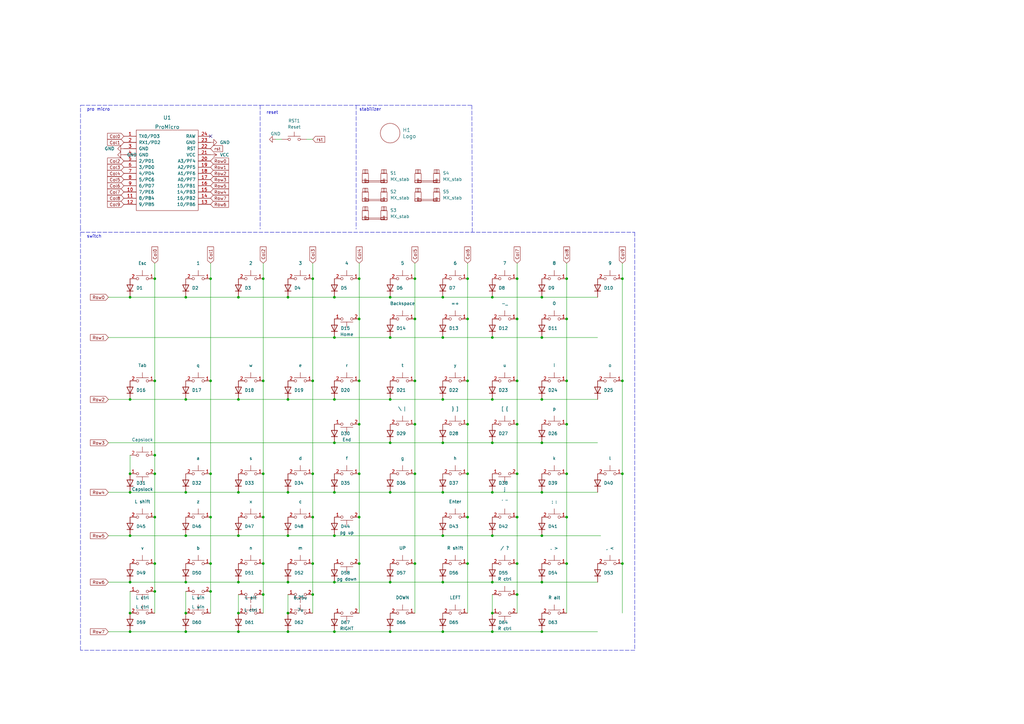
<source format=kicad_sch>
(kicad_sch (version 20231120) (generator "eeschema") (generator_version "8.0")
  (paper "A3")
  (junction (at 128.27 212.09))
  (junction (at 107.95 231.14))
  (junction (at 191.77 156.21))
  (junction (at 191.77 194.31))
  (junction (at 255.27 156.21))
  (junction (at 212.09 114.3))
  (junction (at 107.95 243.84))
  (junction (at 222.25 181.61))
  (junction (at 86.36 231.14))
  (junction (at 222.25 121.92))
  (junction (at 118.11 121.92))
  (junction (at 212.09 130.81))
  (junction (at 170.18 130.81))
  (junction (at 181.61 259.08))
  (junction (at 97.79 238.76))
  (junction (at 63.5 156.21))
  (junction (at 53.34 238.76))
  (junction (at 160.02 138.43))
  (junction (at 255.27 194.31))
  (junction (at 222.25 138.43))
  (junction (at 201.93 181.61))
  (junction (at 232.41 114.3))
  (junction (at 118.11 163.83))
  (junction (at 181.61 138.43))
  (junction (at 76.2 251.46))
  (junction (at 128.27 114.3))
  (junction (at 212.09 243.84))
  (junction (at 63.5 231.14))
  (junction (at 63.5 114.3))
  (junction (at 181.61 219.71))
  (junction (at 147.32 173.99))
  (junction (at 118.11 259.08))
  (junction (at 128.27 156.21))
  (junction (at 137.16 259.08))
  (junction (at 97.79 201.93))
  (junction (at 201.93 163.83))
  (junction (at 170.18 231.14))
  (junction (at 212.09 231.14))
  (junction (at 170.18 156.21))
  (junction (at 137.16 163.83))
  (junction (at 170.18 114.3))
  (junction (at 137.16 201.93))
  (junction (at 76.2 219.71))
  (junction (at 86.36 194.31))
  (junction (at 53.34 219.71))
  (junction (at 201.93 238.76))
  (junction (at 170.18 173.99))
  (junction (at 212.09 156.21))
  (junction (at 97.79 121.92))
  (junction (at 160.02 121.92))
  (junction (at 118.11 201.93))
  (junction (at 212.09 212.09))
  (junction (at 232.41 231.14))
  (junction (at 137.16 238.76))
  (junction (at 53.34 259.08))
  (junction (at 232.41 156.21))
  (junction (at 232.41 212.09))
  (junction (at 86.36 242.57))
  (junction (at 222.25 219.71))
  (junction (at 86.36 212.09))
  (junction (at 53.34 121.92))
  (junction (at 160.02 181.61))
  (junction (at 63.5 186.69))
  (junction (at 137.16 121.92))
  (junction (at 191.77 173.99))
  (junction (at 232.41 130.81))
  (junction (at 128.27 194.31))
  (junction (at 232.41 194.31))
  (junction (at 63.5 194.31))
  (junction (at 63.5 242.57))
  (junction (at 147.32 114.3))
  (junction (at 53.34 251.46))
  (junction (at 255.27 114.3))
  (junction (at 53.34 201.93))
  (junction (at 118.11 238.76))
  (junction (at 191.77 130.81))
  (junction (at 147.32 194.31))
  (junction (at 118.11 219.71))
  (junction (at 201.93 201.93))
  (junction (at 160.02 163.83))
  (junction (at 76.2 201.93))
  (junction (at 160.02 238.76))
  (junction (at 181.61 181.61))
  (junction (at 201.93 121.92))
  (junction (at 128.27 231.14))
  (junction (at 222.25 259.08))
  (junction (at 86.36 114.3))
  (junction (at 147.32 130.81))
  (junction (at 76.2 121.92))
  (junction (at 97.79 163.83))
  (junction (at 107.95 194.31))
  (junction (at 201.93 138.43))
  (junction (at 160.02 201.93))
  (junction (at 201.93 219.71))
  (junction (at 191.77 114.3))
  (junction (at 76.2 259.08))
  (junction (at 86.36 156.21))
  (junction (at 97.79 259.08))
  (junction (at 181.61 201.93))
  (junction (at 201.93 251.46))
  (junction (at 118.11 251.46))
  (junction (at 107.95 156.21))
  (junction (at 222.25 201.93))
  (junction (at 191.77 212.09))
  (junction (at 160.02 259.08))
  (junction (at 147.32 156.21))
  (junction (at 181.61 238.76))
  (junction (at 222.25 163.83))
  (junction (at 147.32 231.14))
  (junction (at 232.41 173.99))
  (junction (at 255.27 231.14))
  (junction (at 53.34 163.83))
  (junction (at 222.25 238.76))
  (junction (at 181.61 121.92))
  (junction (at 201.93 259.08))
  (junction (at 76.2 238.76))
  (junction (at 97.79 219.71))
  (junction (at 137.16 219.71))
  (junction (at 63.5 212.09))
  (junction (at 107.95 212.09))
  (junction (at 97.79 251.46))
  (junction (at 128.27 243.84))
  (junction (at 53.34 194.31))
  (junction (at 137.16 138.43))
  (junction (at 212.09 173.99))
  (junction (at 191.77 231.14))
  (junction (at 212.09 194.31))
  (junction (at 181.61 163.83))
  (junction (at 170.18 194.31))
  (junction (at 107.95 114.3))
  (junction (at 137.16 181.61))
  (junction (at 147.32 212.09))
  (junction (at 76.2 163.83))
  (no_connect (at 86.36 55.88))
  (polyline (pts (xy 146.05 43.18) (xy 146.05 93.98)) (stroke (width 0) (type dash)))
  (wire (pts (xy 160.02 121.92) (xy 181.61 121.92)))
  (wire (pts (xy 44.45 121.92) (xy 53.34 121.92)))
  (polyline (pts (xy 33.02 43.18) (xy 106.68 43.18)) (stroke (width 0) (type dash)))
  (wire (pts (xy 255.27 231.14) (xy 255.27 251.46)))
  (wire (pts (xy 232.41 231.14) (xy 232.41 251.46)))
  (wire (pts (xy 76.2 259.08) (xy 97.79 259.08)))
  (wire (pts (xy 201.93 181.61) (xy 222.25 181.61)))
  (wire (pts (xy 128.27 231.14) (xy 128.27 243.84)))
  (wire (pts (xy 222.25 201.93) (xy 245.11 201.93)))
  (wire (pts (xy 212.09 231.14) (xy 212.09 243.84)))
  (wire (pts (xy 118.11 219.71) (xy 137.16 219.71)))
  (wire (pts (xy 222.25 259.08) (xy 245.11 259.08)))
  (wire (pts (xy 86.36 156.21) (xy 86.36 194.31)))
  (wire (pts (xy 181.61 259.08) (xy 201.93 259.08)))
  (wire (pts (xy 201.93 259.08) (xy 222.25 259.08)))
  (wire (pts (xy 97.79 121.92) (xy 118.11 121.92)))
  (wire (pts (xy 118.11 163.83) (xy 137.16 163.83)))
  (wire (pts (xy 255.27 156.21) (xy 255.27 194.31)))
  (wire (pts (xy 53.34 242.57) (xy 53.34 251.46)))
  (wire (pts (xy 232.41 194.31) (xy 232.41 212.09)))
  (wire (pts (xy 212.09 156.21) (xy 212.09 173.99)))
  (wire (pts (xy 63.5 107.95) (xy 63.5 114.3)))
  (wire (pts (xy 63.5 231.14) (xy 63.5 242.57)))
  (wire (pts (xy 125.73 57.15) (xy 128.27 57.15)))
  (wire (pts (xy 53.34 201.93) (xy 76.2 201.93)))
  (wire (pts (xy 232.41 212.09) (xy 232.41 231.14)))
  (wire (pts (xy 86.36 194.31) (xy 86.36 212.09)))
  (wire (pts (xy 222.25 181.61) (xy 245.11 181.61)))
  (wire (pts (xy 201.93 201.93) (xy 222.25 201.93)))
  (wire (pts (xy 212.09 243.84) (xy 212.09 251.46)))
  (wire (pts (xy 170.18 130.81) (xy 170.18 156.21)))
  (wire (pts (xy 53.34 121.92) (xy 76.2 121.92)))
  (wire (pts (xy 63.5 212.09) (xy 63.5 231.14)))
  (wire (pts (xy 147.32 231.14) (xy 147.32 251.46)))
  (polyline (pts (xy 146.05 43.18) (xy 193.548 43.18)) (stroke (width 0) (type dash)))
  (wire (pts (xy 255.27 114.3) (xy 255.27 107.95)))
  (wire (pts (xy 76.2 201.93) (xy 97.79 201.93)))
  (wire (pts (xy 255.27 194.31) (xy 255.27 231.14)))
  (wire (pts (xy 191.77 212.09) (xy 191.77 231.14)))
  (wire (pts (xy 201.93 243.84) (xy 201.93 251.46)))
  (wire (pts (xy 160.02 181.61) (xy 181.61 181.61)))
  (wire (pts (xy 76.2 219.71) (xy 97.79 219.71)))
  (wire (pts (xy 147.32 212.09) (xy 147.32 231.14)))
  (wire (pts (xy 97.79 201.93) (xy 118.11 201.93)))
  (wire (pts (xy 160.02 201.93) (xy 181.61 201.93)))
  (wire (pts (xy 147.32 194.31) (xy 147.32 212.09)))
  (wire (pts (xy 212.09 130.81) (xy 212.09 156.21)))
  (wire (pts (xy 107.95 212.09) (xy 107.95 231.14)))
  (wire (pts (xy 222.25 121.92) (xy 245.11 121.92)))
  (wire (pts (xy 160.02 259.08) (xy 181.61 259.08)))
  (wire (pts (xy 191.77 194.31) (xy 191.77 212.09)))
  (wire (pts (xy 53.34 186.69) (xy 53.34 194.31)))
  (wire (pts (xy 160.02 138.43) (xy 181.61 138.43)))
  (wire (pts (xy 63.5 242.57) (xy 63.5 251.46)))
  (polyline (pts (xy 193.548 43.18) (xy 193.675 95.25)) (stroke (width 0) (type dash)))
  (wire (pts (xy 191.77 130.81) (xy 191.77 156.21)))
  (wire (pts (xy 137.16 138.43) (xy 160.02 138.43)))
  (wire (pts (xy 53.34 238.76) (xy 76.2 238.76)))
  (wire (pts (xy 137.16 201.93) (xy 160.02 201.93)))
  (wire (pts (xy 181.61 138.43) (xy 201.93 138.43)))
  (wire (pts (xy 97.79 243.84) (xy 97.79 251.46)))
  (wire (pts (xy 118.11 121.92) (xy 137.16 121.92)))
  (wire (pts (xy 181.61 121.92) (xy 201.93 121.92)))
  (wire (pts (xy 170.18 156.21) (xy 170.18 173.99)))
  (wire (pts (xy 232.41 114.3) (xy 232.41 107.95)))
  (wire (pts (xy 86.36 242.57) (xy 86.36 251.46)))
  (wire (pts (xy 76.2 238.76) (xy 97.79 238.76)))
  (wire (pts (xy 76.2 242.57) (xy 76.2 251.46)))
  (wire (pts (xy 86.36 212.09) (xy 86.36 231.14)))
  (wire (pts (xy 44.45 219.71) (xy 53.34 219.71)))
  (wire (pts (xy 128.27 114.3) (xy 128.27 156.21)))
  (wire (pts (xy 201.93 163.83) (xy 222.25 163.83)))
  (wire (pts (xy 53.34 219.71) (xy 76.2 219.71)))
  (wire (pts (xy 212.09 194.31) (xy 212.09 212.09)))
  (wire (pts (xy 63.5 194.31) (xy 63.5 212.09)))
  (wire (pts (xy 222.25 138.43) (xy 245.11 138.43)))
  (wire (pts (xy 181.61 201.93) (xy 201.93 201.93)))
  (wire (pts (xy 44.45 181.61) (xy 137.16 181.61)))
  (wire (pts (xy 44.45 259.08) (xy 53.34 259.08)))
  (wire (pts (xy 181.61 163.83) (xy 201.93 163.83)))
  (wire (pts (xy 118.11 201.93) (xy 137.16 201.93)))
  (wire (pts (xy 128.27 114.3) (xy 128.27 107.95)))
  (wire (pts (xy 137.16 163.83) (xy 160.02 163.83)))
  (polyline (pts (xy 260.35 95.25) (xy 260.35 266.7)) (stroke (width 0) (type dash)))
  (wire (pts (xy 170.18 114.3) (xy 170.18 107.95)))
  (polyline (pts (xy 33.02 95.25) (xy 260.35 95.25)) (stroke (width 0) (type dash)))
  (wire (pts (xy 118.11 243.84) (xy 118.11 251.46)))
  (wire (pts (xy 137.16 219.71) (xy 181.61 219.71)))
  (wire (pts (xy 181.61 219.71) (xy 201.93 219.71)))
  (wire (pts (xy 181.61 181.61) (xy 201.93 181.61)))
  (wire (pts (xy 137.16 181.61) (xy 160.02 181.61)))
  (wire (pts (xy 160.02 238.76) (xy 181.61 238.76)))
  (wire (pts (xy 222.25 219.71) (xy 246.38 219.71)))
  (wire (pts (xy 147.32 173.99) (xy 147.32 194.31)))
  (wire (pts (xy 232.41 130.81) (xy 232.41 156.21)))
  (wire (pts (xy 128.27 156.21) (xy 128.27 194.31)))
  (wire (pts (xy 53.34 259.08) (xy 76.2 259.08)))
  (wire (pts (xy 137.16 121.92) (xy 160.02 121.92)))
  (wire (pts (xy 44.45 201.93) (xy 53.34 201.93)))
  (polyline (pts (xy 106.68 43.18) (xy 146.05 43.18)) (stroke (width 0) (type dash)))
  (wire (pts (xy 147.32 114.3) (xy 147.32 130.81)))
  (wire (pts (xy 212.09 114.3) (xy 212.09 130.81)))
  (wire (pts (xy 44.45 138.43) (xy 137.16 138.43)))
  (wire (pts (xy 76.2 163.83) (xy 97.79 163.83)))
  (wire (pts (xy 170.18 194.31) (xy 170.18 231.14)))
  (wire (pts (xy 53.34 163.83) (xy 76.2 163.83)))
  (polyline (pts (xy 33.02 266.7) (xy 33.02 193.04)) (stroke (width 0) (type dash)))
  (wire (pts (xy 118.11 238.76) (xy 137.16 238.76)))
  (wire (pts (xy 201.93 121.92) (xy 222.25 121.92)))
  (wire (pts (xy 255.27 114.3) (xy 255.27 156.21)))
  (polyline (pts (xy 260.35 266.7) (xy 33.02 266.7)) (stroke (width 0) (type dash)))
  (wire (pts (xy 128.27 243.84) (xy 128.27 251.46)))
  (wire (pts (xy 118.11 259.08) (xy 137.16 259.08)))
  (wire (pts (xy 232.41 173.99) (xy 232.41 194.31)))
  (wire (pts (xy 212.09 173.99) (xy 212.09 194.31)))
  (wire (pts (xy 107.95 194.31) (xy 107.95 212.09)))
  (wire (pts (xy 147.32 114.3) (xy 147.32 107.95)))
  (wire (pts (xy 201.93 138.43) (xy 222.25 138.43)))
  (wire (pts (xy 222.25 238.76) (xy 245.11 238.76)))
  (wire (pts (xy 86.36 114.3) (xy 86.36 156.21)))
  (wire (pts (xy 107.95 114.3) (xy 107.95 107.95)))
  (wire (pts (xy 170.18 231.14) (xy 170.18 251.46)))
  (wire (pts (xy 181.61 238.76) (xy 201.93 238.76)))
  (wire (pts (xy 97.79 259.08) (xy 118.11 259.08)))
  (wire (pts (xy 107.95 243.84) (xy 107.95 251.46)))
  (wire (pts (xy 107.95 231.14) (xy 107.95 243.84)))
  (wire (pts (xy 222.25 163.83) (xy 245.11 163.83)))
  (wire (pts (xy 137.16 259.08) (xy 160.02 259.08)))
  (wire (pts (xy 232.41 156.21) (xy 232.41 173.99)))
  (wire (pts (xy 86.36 231.14) (xy 86.36 242.57)))
  (wire (pts (xy 191.77 114.3) (xy 191.77 107.95)))
  (wire (pts (xy 147.32 156.21) (xy 147.32 173.99)))
  (wire (pts (xy 147.32 130.81) (xy 147.32 156.21)))
  (wire (pts (xy 191.77 114.3) (xy 191.77 130.81)))
  (wire (pts (xy 201.93 219.71) (xy 222.25 219.71)))
  (wire (pts (xy 107.95 156.21) (xy 107.95 194.31)))
  (wire (pts (xy 107.95 114.3) (xy 107.95 156.21)))
  (wire (pts (xy 76.2 121.92) (xy 97.79 121.92)))
  (polyline (pts (xy 106.68 43.18) (xy 106.68 93.98)) (stroke (width 0) (type dash)))
  (wire (pts (xy 170.18 173.99) (xy 170.18 194.31)))
  (wire (pts (xy 201.93 238.76) (xy 222.25 238.76)))
  (wire (pts (xy 97.79 219.71) (xy 118.11 219.71)))
  (wire (pts (xy 63.5 114.3) (xy 63.5 156.21)))
  (wire (pts (xy 97.79 163.83) (xy 118.11 163.83)))
  (wire (pts (xy 160.02 163.83) (xy 181.61 163.83)))
  (wire (pts (xy 63.5 186.69) (xy 63.5 194.31)))
  (polyline (pts (xy 33.02 93.98) (xy 33.02 43.18)) (stroke (width 0) (type dash)))
  (wire (pts (xy 44.45 238.76) (xy 53.34 238.76)))
  (wire (pts (xy 191.77 173.99) (xy 191.77 194.31)))
  (wire (pts (xy 128.27 212.09) (xy 128.27 231.14)))
  (polyline (pts (xy 33.02 193.04) (xy 33.02 93.98)) (stroke (width 0) (type dash)))
  (wire (pts (xy 191.77 156.21) (xy 191.77 173.99)))
  (wire (pts (xy 212.09 212.09) (xy 212.09 231.14)))
  (wire (pts (xy 86.36 107.95) (xy 86.36 114.3)))
  (wire (pts (xy 63.5 156.21) (xy 63.5 186.69)))
  (wire (pts (xy 137.16 238.76) (xy 160.02 238.76)))
  (wire (pts (xy 128.27 194.31) (xy 128.27 212.09)))
  (wire (pts (xy 212.09 114.3) (xy 212.09 107.95)))
  (wire (pts (xy 44.45 163.83) (xy 53.34 163.83)))
  (wire (pts (xy 170.18 114.3) (xy 170.18 130.81)))
  (wire (pts (xy 191.77 231.14) (xy 191.77 251.46)))
  (wire (pts (xy 232.41 114.3) (xy 232.41 130.81)))
  (wire (pts (xy 115.57 57.15) (xy 113.03 57.15)))
  (wire (pts (xy 97.79 238.76) (xy 118.11 238.76)))
  (text "reset\n" (at 109.22 46.99 0) (effects (font (size 1.27 1.27)) (justify left bottom)))
  (text "pro micro\n" (at 35.56 45.72 0) (effects (font (size 1.27 1.27)) (justify left bottom)))
  (text "stabilizer\n" (at 147.32 45.72 0) (effects (font (size 1.27 1.27)) (justify left bottom)))
  (text "switch\n" (at 35.56 97.79 0) (effects (font (size 1.27 1.27)) (justify left bottom)))
  (global_label "Row6" (shape input) (at 86.36 83.82 0) (property "Intersheetrefs" "${INTERSHEET_REFS}" (effects (hide yes))))
  (global_label "Col1" (shape input) (at 86.36 107.95 90) (property "Intersheetrefs" "${INTERSHEET_REFS}" (effects (hide yes))))
  (global_label "Row4" (shape input) (at 86.36 78.74 0) (property "Intersheetrefs" "${INTERSHEET_REFS}" (effects (hide yes))))
  (global_label "Col7" (shape input) (at 212.09 107.95 90) (property "Intersheetrefs" "${INTERSHEET_REFS}" (effects (hide yes))))
  (global_label "Row6" (shape input) (at 44.45 238.76 180) (property "Intersheetrefs" "${INTERSHEET_REFS}" (effects (hide yes))))
  (global_label "rst" (shape input) (at 86.36 60.96 0) (property "Intersheetrefs" "${INTERSHEET_REFS}" (effects (hide yes))))
  (global_label "Row5" (shape input) (at 44.45 219.71 180) (property "Intersheetrefs" "${INTERSHEET_REFS}" (effects (hide yes))))
  (global_label "Row5" (shape input) (at 86.36 76.2 0) (property "Intersheetrefs" "${INTERSHEET_REFS}" (effects (hide yes))))
  (global_label "Row0" (shape input) (at 86.36 66.04 0) (property "Intersheetrefs" "${INTERSHEET_REFS}" (effects (hide yes))))
  (global_label "rst" (shape input) (at 128.27 57.15 0) (property "Intersheetrefs" "${INTERSHEET_REFS}" (effects (hide yes))))
  (global_label "Col6" (shape input) (at 191.77 107.95 90) (property "Intersheetrefs" "${INTERSHEET_REFS}" (effects (hide yes))))
  (global_label "Col1" (shape input) (at 50.8 58.42 180) (property "Intersheetrefs" "${INTERSHEET_REFS}" (effects (hide yes))))
  (global_label "Col2" (shape input) (at 107.95 107.95 90) (property "Intersheetrefs" "${INTERSHEET_REFS}" (effects (hide yes))))
  (global_label "Col8" (shape input) (at 232.41 107.95 90) (property "Intersheetrefs" "${INTERSHEET_REFS}" (effects (hide yes))))
  (global_label "Row7" (shape input) (at 86.36 81.28 0) (property "Intersheetrefs" "${INTERSHEET_REFS}" (effects (hide yes))))
  (global_label "Row3" (shape input) (at 44.45 181.61 180) (property "Intersheetrefs" "${INTERSHEET_REFS}" (effects (hide yes))))
  (global_label "Col0" (shape input) (at 50.8 55.88 180) (property "Intersheetrefs" "${INTERSHEET_REFS}" (effects (hide yes))))
  (global_label "Row2" (shape input) (at 44.45 163.83 180) (property "Intersheetrefs" "${INTERSHEET_REFS}" (effects (hide yes))))
  (global_label "Col9" (shape input) (at 255.27 107.95 90) (property "Intersheetrefs" "${INTERSHEET_REFS}" (effects (hide yes))))
  (global_label "Row2" (shape input) (at 86.36 71.12 0) (property "Intersheetrefs" "${INTERSHEET_REFS}" (effects (hide yes))))
  (global_label "Row1" (shape input) (at 44.45 138.43 180) (property "Intersheetrefs" "${INTERSHEET_REFS}" (effects (hide yes))))
  (global_label "Col9" (shape input) (at 50.8 83.82 180) (property "Intersheetrefs" "${INTERSHEET_REFS}" (effects (hide yes))))
  (global_label "Col7" (shape input) (at 50.8 78.74 180) (property "Intersheetrefs" "${INTERSHEET_REFS}" (effects (hide yes))))
  (global_label "Row4" (shape input) (at 44.45 201.93 180) (property "Intersheetrefs" "${INTERSHEET_REFS}" (effects (hide yes))))
  (global_label "Col3" (shape input) (at 128.27 107.95 90) (property "Intersheetrefs" "${INTERSHEET_REFS}" (effects (hide yes))))
  (global_label "Col5" (shape input) (at 50.8 73.66 180) (property "Intersheetrefs" "${INTERSHEET_REFS}" (effects (hide yes))))
  (global_label "Row3" (shape input) (at 86.36 73.66 0) (property "Intersheetrefs" "${INTERSHEET_REFS}" (effects (hide yes))))
  (global_label "Col8" (shape input) (at 50.8 81.28 180) (property "Intersheetrefs" "${INTERSHEET_REFS}" (effects (hide yes))))
  (global_label "Col6" (shape input) (at 50.8 76.2 180) (property "Intersheetrefs" "${INTERSHEET_REFS}" (effects (hide yes))))
  (global_label "Col0" (shape input) (at 63.5 107.95 90) (property "Intersheetrefs" "${INTERSHEET_REFS}" (effects (hide yes))))
  (global_label "Row7" (shape input) (at 44.45 259.08 180) (property "Intersheetrefs" "${INTERSHEET_REFS}" (effects (hide yes))))
  (global_label "Col4" (shape input) (at 50.8 71.12 180) (property "Intersheetrefs" "${INTERSHEET_REFS}" (effects (hide yes))))
  (global_label "Row1" (shape input) (at 86.36 68.58 0) (property "Intersheetrefs" "${INTERSHEET_REFS}" (effects (hide yes))))
  (global_label "Col4" (shape input) (at 147.32 107.95 90) (property "Intersheetrefs" "${INTERSHEET_REFS}" (effects (hide yes))))
  (global_label "Row0" (shape input) (at 44.45 121.92 180) (property "Intersheetrefs" "${INTERSHEET_REFS}" (effects (hide yes))))
  (global_label "Col5" (shape input) (at 170.18 107.95 90) (property "Intersheetrefs" "${INTERSHEET_REFS}" (effects (hide yes))))
  (global_label "Col2" (shape input) (at 50.8 66.04 180) (property "Intersheetrefs" "${INTERSHEET_REFS}" (effects (hide yes))))
  (global_label "Col3" (shape input) (at 50.8 68.58 180) (property "Intersheetrefs" "${INTERSHEET_REFS}" (effects (hide yes))))
  (symbol (lib_id "keebio:MX_LED") (at 58.42 194.31 0) (mirror x) (unit 1)
    (property "Reference" "SW31" (effects (hide yes)))
    (property "Value" "Capslock" (at 58.42 200.66 0))
    (property "Footprint" "PCM_Switch_Keyboard_Hotswap_Kailh:SW_Hotswap_Kailh_MX_1.75u" (effects (hide yes)))
  )
  (symbol (lib_id "keebio:MX_LED") (at 186.69 156.21 0) (mirror y) (unit 1)
    (property "Reference" "SW22" (effects (hide yes)))
    (property "Value" "y" (at 186.69 149.86 0))
    (property "Footprint" "PCM_Switch_Keyboard_Hotswap_Kailh:SW_Hotswap_Kailh_MX_1.00u" (effects (hide yes)))
  )
  (symbol (lib_id "Diode:1N4148W") (at 97.79 255.27 90) (unit 1)
    (property "Reference" "D61" (at 100.33 255.2699 90) (effects (justify right)))
    (property "Value" "1N4148W" (effects (hide yes)))
    (property "Footprint" "Cipulot:D_SOD123" (effects (hide yes)))
    (property "Datasheet" "https://www.vishay.com/docs/85748/1n4148w.pdf" (effects (hide yes)))
  )
  (symbol (lib_id "Diode:1N4148W") (at 181.61 215.9 90) (unit 1)
    (property "Reference" "D43" (at 184.15 215.8999 90) (effects (justify right)))
    (property "Value" "1N4148W" (effects (hide yes)))
    (property "Footprint" "Cipulot:D_SOD123" (effects (hide yes)))
    (property "Datasheet" "https://www.vishay.com/docs/85748/1n4148w.pdf" (effects (hide yes)))
  )
  (symbol (lib_id "marbastlib-mx:MX_stab") (at 175.26 72.39 0) (unit 1)
    (property "Reference" "S4" (at 181.61 70.9929 0) (effects (justify left)))
    (property "Value" "MX_stab" (at 181.61 73.5329 0) (effects (justify left)))
    (property "Footprint" "PCM_Mounting_Keyboard_Stabilizer:Stabilizer_Cherry_MX_6.25u" (effects (hide yes)))
    (property "Description" "Cherry MX-style stabilizer" (effects (hide yes)))
  )
  (symbol (lib_id "keebio:MX_LED") (at 142.24 212.09 0) (mirror x) (unit 1)
    (property "Reference" "SW44" (effects (hide yes)))
    (property "Value" "pg up" (at 142.24 218.44 0))
    (property "Footprint" "PCM_Switch_Keyboard_Hotswap_Kailh:SW_Hotswap_Kailh_MX_1.00u" (effects (hide yes)))
  )
  (symbol (lib_id "keebio:MX_LED") (at 58.42 114.3 0) (mirror y) (unit 1)
    (property "Reference" "SW1" (effects (hide yes)))
    (property "Value" "Esc" (at 58.42 107.95 0))
    (property "Footprint" "PCM_Switch_Keyboard_Hotswap_Kailh:SW_Hotswap_Kailh_MX_1.00u" (effects (hide yes)))
  )
  (symbol (lib_id "keebio:MX_LED") (at 207.01 231.14 0) (mirror y) (unit 1)
    (property "Reference" "SW55" (effects (hide yes)))
    (property "Value" "/ ?" (at 207.01 224.79 0))
    (property "Footprint" "PCM_Switch_Keyboard_Hotswap_Kailh:SW_Hotswap_Kailh_MX_1.00u" (effects (hide yes)))
  )
  (symbol (lib_id "keebio:MX_LED") (at 142.24 231.14 0) (mirror x) (unit 1)
    (property "Reference" "SW58" (effects (hide yes)))
    (property "Value" "pg down" (at 142.24 237.49 0))
    (property "Footprint" "PCM_Switch_Keyboard_Hotswap_Kailh:SW_Hotswap_Kailh_MX_1.00u" (effects (hide yes)))
  )
  (symbol (lib_id "keebio:MX_LED") (at 186.69 114.3 0) (mirror y) (unit 1)
    (property "Reference" "SW7" (effects (hide yes)))
    (property "Value" "6" (at 186.69 107.95 0))
    (property "Footprint" "PCM_Switch_Keyboard_Hotswap_Kailh:SW_Hotswap_Kailh_MX_1.00u" (effects (hide yes)))
  )
  (symbol (lib_id "Diode:1N4148W") (at 137.16 177.8 90) (unit 1)
    (property "Reference" "D30" (at 139.7 177.7999 90) (effects (justify right)))
    (property "Value" "1N4148W" (effects (hide yes)))
    (property "Footprint" "Cipulot:D_SOD123" (effects (hide yes)))
    (property "Datasheet" "https://www.vishay.com/docs/85748/1n4148w.pdf" (effects (hide yes)))
  )
  (symbol (lib_id "Diode:1N4148W") (at 160.02 177.8 90) (unit 1)
    (property "Reference" "D29" (at 162.56 177.7999 90) (effects (justify right)))
    (property "Value" "1N4148W" (effects (hide yes)))
    (property "Footprint" "Cipulot:D_SOD123" (effects (hide yes)))
    (property "Datasheet" "https://www.vishay.com/docs/85748/1n4148w.pdf" (effects (hide yes)))
  )
  (symbol (lib_id "Diode:1N4148W") (at 160.02 198.12 90) (unit 1)
    (property "Reference" "D36" (at 162.56 198.1199 90) (effects (justify right)))
    (property "Value" "1N4148W" (effects (hide yes)))
    (property "Footprint" "Cipulot:D_SOD123" (effects (hide yes)))
    (property "Datasheet" "https://www.vishay.com/docs/85748/1n4148w.pdf" (effects (hide yes)))
  )
  (symbol (lib_id "Diode:1N4148W") (at 222.25 134.62 90) (unit 1)
    (property "Reference" "D11" (at 224.79 134.6199 90) (effects (justify right)))
    (property "Value" "1N4148W" (effects (hide yes)))
    (property "Footprint" "Cipulot:D_SOD123" (effects (hide yes)))
    (property "Datasheet" "https://www.vishay.com/docs/85748/1n4148w.pdf" (effects (hide yes)))
  )
  (symbol (lib_id "keebio:MX_LED") (at 142.24 130.81 0) (mirror x) (unit 1)
    (property "Reference" "SW15" (effects (hide yes)))
    (property "Value" "Home" (at 142.24 137.16 0))
    (property "Footprint" "PCM_Switch_Keyboard_Hotswap_Kailh:SW_Hotswap_Kailh_MX_1.00u" (effects (hide yes)))
  )
  (symbol (lib_id "Diode:1N4148W") (at 53.34 160.02 90) (unit 1)
    (property "Reference" "D16" (at 55.88 160.0199 90) (effects (justify right)))
    (property "Value" "1N4148W" (effects (hide yes)))
    (property "Footprint" "Cipulot:D_SOD123" (effects (hide yes)))
    (property "Datasheet" "https://www.vishay.com/docs/85748/1n4148w.pdf" (effects (hide yes)))
  )
  (symbol (lib_id "Diode:1N4148W") (at 160.02 234.95 90) (unit 1)
    (property "Reference" "D57" (at 162.56 234.9499 90) (effects (justify right)))
    (property "Value" "1N4148W" (effects (hide yes)))
    (property "Footprint" "Cipulot:D_SOD123" (effects (hide yes)))
    (property "Datasheet" "https://www.vishay.com/docs/85748/1n4148w.pdf" (effects (hide yes)))
  )
  (symbol (lib_id "keebio:MX_LED") (at 227.33 194.31 0) (mirror y) (unit 1)
    (property "Reference" "SW39" (effects (hide yes)))
    (property "Value" "k" (at 227.33 187.96 0))
    (property "Footprint" "PCM_Switch_Keyboard_Hotswap_Kailh:SW_Hotswap_Kailh_MX_1.00u" (effects (hide yes)))
  )
  (symbol (lib_id "keebio:MX_LED") (at 58.42 242.57 0) (mirror x) (unit 1)
    (property "Reference" "SW68" (effects (hide yes)))
    (property "Value" "L ctrl" (at 58.42 248.92 0))
    (property "Footprint" "PCM_Switch_Keyboard_Hotswap_Kailh:SW_Hotswap_Kailh_MX_1.50u" (effects (hide yes)))
  )
  (symbol (lib_id "Diode:1N4148W") (at 76.2 198.12 90) (unit 1)
    (property "Reference" "D32" (at 78.74 198.1199 90) (effects (justify right)))
    (property "Value" "1N4148W" (effects (hide yes)))
    (property "Footprint" "Cipulot:D_SOD123" (effects (hide yes)))
    (property "Datasheet" "https://www.vishay.com/docs/85748/1n4148w.pdf" (effects (hide yes)))
  )
  (symbol (lib_id "keebio:MX_LED") (at 227.33 231.14 0) (mirror y) (unit 1)
    (property "Reference" "SW54" (effects (hide yes)))
    (property "Value" ". >" (at 227.33 224.79 0))
    (property "Footprint" "PCM_Switch_Keyboard_Hotswap_Kailh:SW_Hotswap_Kailh_MX_1.00u" (effects (hide yes)))
  )
  (symbol (lib_id "keebio:MX_LED") (at 123.19 114.3 0) (mirror y) (unit 1)
    (property "Reference" "SW4" (effects (hide yes)))
    (property "Value" "3" (at 123.19 107.95 0))
    (property "Footprint" "PCM_Switch_Keyboard_Hotswap_Kailh:SW_Hotswap_Kailh_MX_1.00u" (effects (hide yes)))
  )
  (symbol (lib_id "keebio:MX_LED") (at 142.24 114.3 0) (mirror y) (unit 1)
    (property "Reference" "SW5" (effects (hide yes)))
    (property "Value" "4" (at 142.24 107.95 0))
    (property "Footprint" "PCM_Switch_Keyboard_Hotswap_Kailh:SW_Hotswap_Kailh_MX_1.00u" (effects (hide yes)))
  )
  (symbol (lib_id "Diode:1N4148W") (at 118.11 255.27 90) (unit 1)
    (property "Reference" "D62" (at 120.65 255.2699 90) (effects (justify right)))
    (property "Value" "1N4148W" (effects (hide yes)))
    (property "Footprint" "Cipulot:D_SOD123" (effects (hide yes)))
    (property "Datasheet" "https://www.vishay.com/docs/85748/1n4148w.pdf" (effects (hide yes)))
  )
  (symbol (lib_id "Diode:1N4148W") (at 160.02 134.62 90) (unit 1)
    (property "Reference" "D14" (at 162.56 134.6199 90) (effects (justify right)))
    (property "Value" "1N4148W" (effects (hide yes)))
    (property "Footprint" "Cipulot:D_SOD123" (effects (hide yes)))
    (property "Datasheet" "https://www.vishay.com/docs/85748/1n4148w.pdf" (effects (hide yes)))
  )
  (symbol (lib_id "Diode:1N4148W") (at 181.61 255.27 90) (unit 1)
    (property "Reference" "D65" (at 184.15 255.2699 90) (effects (justify right)))
    (property "Value" "1N4148W" (effects (hide yes)))
    (property "Footprint" "Cipulot:D_SOD123" (effects (hide yes)))
    (property "Datasheet" "https://www.vishay.com/docs/85748/1n4148w.pdf" (effects (hide yes)))
  )
  (symbol (lib_id "Diode:1N4148W") (at 118.11 215.9 90) (unit 1)
    (property "Reference" "D48" (at 120.65 215.8999 90) (effects (justify right)))
    (property "Value" "1N4148W" (effects (hide yes)))
    (property "Footprint" "Cipulot:D_SOD123" (effects (hide yes)))
    (property "Datasheet" "https://www.vishay.com/docs/85748/1n4148w.pdf" (effects (hide yes)))
  )
  (symbol (lib_id "keebio:MX_LED") (at 142.24 194.31 0) (mirror y) (unit 1)
    (property "Reference" "SW35" (effects (hide yes)))
    (property "Value" "f" (at 142.24 187.96 0))
    (property "Footprint" "PCM_Switch_Keyboard_Hotswap_Kailh:SW_Hotswap_Kailh_MX_1.00u" (effects (hide yes)))
  )
  (symbol (lib_id "Diode:1N4148W") (at 118.11 160.02 90) (unit 1)
    (property "Reference" "D19" (at 120.65 160.0199 90) (effects (justify right)))
    (property "Value" "1N4148W" (effects (hide yes)))
    (property "Footprint" "Cipulot:D_SOD123" (effects (hide yes)))
    (property "Datasheet" "https://www.vishay.com/docs/85748/1n4148w.pdf" (effects (hide yes)))
  )
  (symbol (lib_id "keebio:MX_LED") (at 165.1 156.21 0) (mirror y) (unit 1)
    (property "Reference" "SW21" (effects (hide yes)))
    (property "Value" "t" (at 165.1 149.86 0))
    (property "Footprint" "PCM_Switch_Keyboard_Hotswap_Kailh:SW_Hotswap_Kailh_MX_1.00u" (effects (hide yes)))
  )
  (symbol (lib_id "keebio:MX_LED") (at 58.42 231.14 0) (mirror y) (unit 1)
    (property "Reference" "SW49" (effects (hide yes)))
    (property "Value" "v" (at 58.42 224.79 0))
    (property "Footprint" "PCM_Switch_Keyboard_Hotswap_Kailh:SW_Hotswap_Kailh_MX_1.00u" (effects (hide yes)))
  )
  (symbol (lib_id "keebio:MX_LED") (at 123.19 212.09 0) (mirror y) (unit 1)
    (property "Reference" "SW48" (effects (hide yes)))
    (property "Value" "c" (at 123.19 205.74 0))
    (property "Footprint" "PCM_Switch_Keyboard_Hotswap_Kailh:SW_Hotswap_Kailh_MX_1.00u" (effects (hide yes)))
  )
  (symbol (lib_id "keebio:MX_LED") (at 165.1 130.81 0) (mirror y) (unit 1)
    (property "Reference" "SW14" (effects (hide yes)))
    (property "Value" "Backspace" (at 165.1 124.46 0))
    (property "Footprint" "PCM_Switch_Keyboard_Hotswap_Kailh:SW_Hotswap_Kailh_MX_1.00u" (effects (hide yes)))
  )
  (symbol (lib_id "keebio:MX_LED") (at 123.19 251.46 0) (mirror y) (unit 1)
    (property "Reference" "SW62" (effects (hide yes)))
    (property "Value" "6,25u" (at 123.19 245.11 0))
    (property "Footprint" "PCM_Switch_Keyboard_Hotswap_Kailh:SW_Hotswap_Kailh_MX_1.00u" (effects (hide yes)))
  )
  (symbol (lib_id "keebio:MX_LED") (at 250.19 114.3 0) (mirror y) (unit 1)
    (property "Reference" "SW10" (effects (hide yes)))
    (property "Value" "9" (at 250.19 107.95 0))
    (property "Footprint" "PCM_Switch_Keyboard_Hotswap_Kailh:SW_Hotswap_Kailh_MX_1.00u" (effects (hide yes)))
  )
  (symbol (lib_id "keebio:MX_LED") (at 227.33 212.09 0) (mirror y) (unit 1)
    (property "Reference" "SW41" (effects (hide yes)))
    (property "Value" "; :" (at 227.33 205.74 0))
    (property "Footprint" "PCM_Switch_Keyboard_Hotswap_Kailh:SW_Hotswap_Kailh_MX_1.00u" (effects (hide yes)))
  )
  (symbol (lib_id "Diode:1N4148W") (at 118.11 234.95 90) (unit 1)
    (property "Reference" "D52" (at 120.65 234.9499 90) (effects (justify right)))
    (property "Value" "1N4148W" (effects (hide yes)))
    (property "Footprint" "Cipulot:D_SOD123" (effects (hide yes)))
    (property "Datasheet" "https://www.vishay.com/docs/85748/1n4148w.pdf" (effects (hide yes)))
  )
  (symbol (lib_id "keebio:MX_LED") (at 102.87 243.84 0) (mirror x) (unit 1)
    (property "Reference" "SW70" (effects (hide yes)))
    (property "Value" "L ctrl" (at 102.87 250.19 0))
    (property "Footprint" "PCM_Switch_Keyboard_Hotswap_Kailh:SW_Hotswap_Kailh_MX_1.50u" (effects (hide yes)))
  )
  (symbol (lib_id "keebio:MX_LED") (at 227.33 156.21 0) (mirror y) (unit 1)
    (property "Reference" "SW24" (effects (hide yes)))
    (property "Value" "i" (at 227.33 149.86 0))
    (property "Footprint" "PCM_Switch_Keyboard_Hotswap_Kailh:SW_Hotswap_Kailh_MX_1.00u" (effects (hide yes)))
  )
  (symbol (lib_id "keebio:MX_LED") (at 165.1 251.46 0) (mirror y) (unit 1)
    (property "Reference" "SW66" (effects (hide yes)))
    (property "Value" "DOWN" (at 165.1 245.11 0))
    (property "Footprint" "PCM_Switch_Keyboard_Hotswap_Kailh:SW_Hotswap_Kailh_MX_1.00u" (effects (hide yes)))
  )
  (symbol (lib_id "Diode:1N4148W") (at 137.16 215.9 90) (unit 1)
    (property "Reference" "D44" (at 139.7 215.8999 90) (effects (justify right)))
    (property "Value" "1N4148W" (effects (hide yes)))
    (property "Footprint" "Cipulot:D_SOD123" (effects (hide yes)))
    (property "Datasheet" "https://www.vishay.com/docs/85748/1n4148w.pdf" (effects (hide yes)))
  )
  (symbol (lib_id "keebio:MX_LED") (at 102.87 251.46 0) (mirror y) (unit 1)
    (property "Reference" "SW61" (effects (hide yes)))
    (property "Value" "L alt" (at 102.87 245.11 0))
    (property "Footprint" "PCM_Switch_Keyboard_Hotswap_Kailh:SW_Hotswap_Kailh_MX_1.00u" (effects (hide yes)))
  )
  (symbol (lib_id "Diode:1N4148W") (at 181.61 198.12 90) (unit 1)
    (property "Reference" "D37" (at 184.15 198.1199 90) (effects (justify right)))
    (property "Value" "1N4148W" (effects (hide yes)))
    (property "Footprint" "Cipulot:D_SOD123" (effects (hide yes)))
    (property "Datasheet" "https://www.vishay.com/docs/85748/1n4148w.pdf" (effects (hide yes)))
  )
  (symbol (lib_id "Diode:1N4148W") (at 137.16 198.12 90) (unit 1)
    (property "Reference" "D35" (at 139.7 198.1199 90) (effects (justify right)))
    (property "Value" "1N4148W" (effects (hide yes)))
    (property "Footprint" "Cipulot:D_SOD123" (effects (hide yes)))
    (property "Datasheet" "https://www.vishay.com/docs/85748/1n4148w.pdf" (effects (hide yes)))
  )
  (symbol (lib_id "keebio:MX_LED") (at 227.33 173.99 0) (mirror y) (unit 1)
    (property "Reference" "SW26" (effects (hide yes)))
    (property "Value" "p" (at 227.33 167.64 0))
    (property "Footprint" "PCM_Switch_Keyboard_Hotswap_Kailh:SW_Hotswap_Kailh_MX_1.00u" (effects (hide yes)))
  )
  (symbol (lib_id "power:GND") (at 50.8 63.5 270) (unit 1)
    (property "Reference" "#PWR0103" (effects (hide yes)))
    (property "Value" "GND" (at 52.07 63.4999 90) (effects (justify left)))
  )
  (symbol (lib_id "keebio:MX_LED") (at 207.01 173.99 0) (mirror y) (unit 1)
    (property "Reference" "SW27" (effects (hide yes)))
    (property "Value" "[ {" (at 207.01 167.64 0))
    (property "Footprint" "PCM_Switch_Keyboard_Hotswap_Kailh:SW_Hotswap_Kailh_MX_1.00u" (effects (hide yes)))
  )
  (symbol (lib_id "Diode:1N4148W") (at 118.11 118.11 90) (unit 1)
    (property "Reference" "D4" (at 120.65 118.1099 90) (effects (justify right)))
    (property "Value" "1N4148W" (effects (hide yes)))
    (property "Footprint" "Cipulot:D_SOD123" (effects (hide yes)))
    (property "Datasheet" "https://www.vishay.com/docs/85748/1n4148w.pdf" (effects (hide yes)))
  )
  (symbol (lib_id "Diode:1N4148W") (at 181.61 118.11 90) (unit 1)
    (property "Reference" "D7" (at 184.15 118.1099 90) (effects (justify right)))
    (property "Value" "1N4148W" (effects (hide yes)))
    (property "Footprint" "Cipulot:D_SOD123" (effects (hide yes)))
    (property "Datasheet" "https://www.vishay.com/docs/85748/1n4148w.pdf" (effects (hide yes)))
  )
  (symbol (lib_id "keebio:MX_LED") (at 81.28 242.57 0) (mirror x) (unit 1)
    (property "Reference" "SW69" (effects (hide yes)))
    (property "Value" "L win" (at 81.28 248.92 0))
    (property "Footprint" "PCM_Switch_Keyboard_Hotswap_Kailh:SW_Hotswap_Kailh_MX_1.00u" (effects (hide yes)))
  )
  (symbol (lib_id "keebio:MX_LED") (at 81.28 114.3 0) (mirror y) (unit 1)
    (property "Reference" "SW2" (effects (hide yes)))
    (property "Value" "1" (at 81.28 107.95 0))
    (property "Footprint" "PCM_Switch_Keyboard_Hotswap_Kailh:SW_Hotswap_Kailh_MX_1.00u" (effects (hide yes)))
  )
  (symbol (lib_id "Diode:1N4148W") (at 181.61 160.02 90) (unit 1)
    (property "Reference" "D22" (at 184.15 160.0199 90) (effects (justify right)))
    (property "Value" "1N4148W" (effects (hide yes)))
    (property "Footprint" "Cipulot:D_SOD123" (effects (hide yes)))
    (property "Datasheet" "https://www.vishay.com/docs/85748/1n4148w.pdf" (effects (hide yes)))
  )
  (symbol (lib_id "Diode:1N4148W") (at 97.79 118.11 90) (unit 1)
    (property "Reference" "D3" (at 100.33 118.1099 90) (effects (justify right)))
    (property "Value" "1N4148W" (effects (hide yes)))
    (property "Footprint" "Cipulot:D_SOD123" (effects (hide yes)))
    (property "Datasheet" "https://www.vishay.com/docs/85748/1n4148w.pdf" (effects (hide yes)))
  )
  (symbol (lib_id "Diode:1N4148W") (at 245.11 198.12 90) (unit 1)
    (property "Reference" "D40" (at 247.65 198.1199 90) (effects (justify right)))
    (property "Value" "1N4148W" (effects (hide yes)))
    (property "Footprint" "Cipulot:D_SOD123" (effects (hide yes)))
    (property "Datasheet" "https://www.vishay.com/docs/85748/1n4148w.pdf" (effects (hide yes)))
  )
  (symbol (lib_id "keebio:ProMicro") (at 68.58 69.85 0) (unit 1)
    (property "Reference" "U1" (at 68.58 48.26 0) (effects (font (size 1.524 1.524))))
    (property "Value" "ProMicro" (at 68.58 52.07 0) (effects (font (size 1.524 1.524))))
    (property "Footprint" "Cipulot:ProMicro-NoSilk" (effects (hide yes)))
  )
  (symbol (lib_id "keebio:MX_LED") (at 207.01 243.84 0) (mirror y) (unit 1)
    (property "Reference" "SW72" (effects (hide yes)))
    (property "Value" "R ctrl" (at 207.01 237.49 0))
    (property "Footprint" "PCM_Switch_Keyboard_Hotswap_Kailh:SW_Hotswap_Kailh_MX_1.50u" (effects (hide yes)))
  )
  (symbol (lib_id "keebio:MX_LED") (at 123.19 231.14 0) (mirror y) (unit 1)
    (property "Reference" "SW52" (effects (hide yes)))
    (property "Value" "m" (at 123.19 224.79 0))
    (property "Footprint" "PCM_Switch_Keyboard_Hotswap_Kailh:SW_Hotswap_Kailh_MX_1.00u" (effects (hide yes)))
  )
  (symbol (lib_id "keebio:MX_LED") (at 165.1 194.31 0) (mirror y) (unit 1)
    (property "Reference" "SW36" (effects (hide yes)))
    (property "Value" "g" (at 165.1 187.96 0))
    (property "Footprint" "PCM_Switch_Keyboard_Hotswap_Kailh:SW_Hotswap_Kailh_MX_1.00u" (effects (hide yes)))
  )
  (symbol (lib_id "Diode:1N4148W") (at 181.61 134.62 90) (unit 1)
    (property "Reference" "D13" (at 184.15 134.6199 90) (effects (justify right)))
    (property "Value" "1N4148W" (effects (hide yes)))
    (property "Footprint" "Cipulot:D_SOD123" (effects (hide yes)))
    (property "Datasheet" "https://www.vishay.com/docs/85748/1n4148w.pdf" (effects (hide yes)))
  )
  (symbol (lib_id "Diode:1N4148W") (at 160.02 160.02 90) (unit 1)
    (property "Reference" "D21" (at 162.56 160.0199 90) (effects (justify right)))
    (property "Value" "1N4148W" (effects (hide yes)))
    (property "Footprint" "Cipulot:D_SOD123" (effects (hide yes)))
    (property "Datasheet" "https://www.vishay.com/docs/85748/1n4148w.pdf" (effects (hide yes)))
  )
  (symbol (lib_id "keebio:MX_LED") (at 250.19 231.14 0) (mirror y) (unit 1)
    (property "Reference" "SW53" (effects (hide yes)))
    (property "Value" ", <" (at 250.19 224.79 0))
    (property "Footprint" "PCM_Switch_Keyboard_Hotswap_Kailh:SW_Hotswap_Kailh_MX_1.00u" (effects (hide yes)))
  )
  (symbol (lib_id "keebio:MX_LED") (at 142.24 173.99 0) (mirror x) (unit 1)
    (property "Reference" "SW30" (effects (hide yes)))
    (property "Value" "End" (at 142.24 180.34 0))
    (property "Footprint" "PCM_Switch_Keyboard_Hotswap_Kailh:SW_Hotswap_Kailh_MX_1.00u" (effects (hide yes)))
  )
  (symbol (lib_id "Diode:1N4148W") (at 76.2 234.95 90) (unit 1)
    (property "Reference" "D50" (at 78.74 234.9499 90) (effects (justify right)))
    (property "Value" "1N4148W" (effects (hide yes)))
    (property "Footprint" "Cipulot:D_SOD123" (effects (hide yes)))
    (property "Datasheet" "https://www.vishay.com/docs/85748/1n4148w.pdf" (effects (hide yes)))
  )
  (symbol (lib_id "keebio:MX_LED") (at 165.1 231.14 0) (mirror y) (unit 1)
    (property "Reference" "SW57" (effects (hide yes)))
    (property "Value" "UP" (at 165.1 224.79 0))
    (property "Footprint" "PCM_Switch_Keyboard_Hotswap_Kailh:SW_Hotswap_Kailh_MX_1.00u" (effects (hide yes)))
  )
  (symbol (lib_id "Diode:1N4148W") (at 222.25 160.02 90) (unit 1)
    (property "Reference" "D24" (at 224.79 160.0199 90) (effects (justify right)))
    (property "Value" "1N4148W" (effects (hide yes)))
    (property "Footprint" "Cipulot:D_SOD123" (effects (hide yes)))
    (property "Datasheet" "https://www.vishay.com/docs/85748/1n4148w.pdf" (effects (hide yes)))
  )
  (symbol (lib_id "Diode:1N4148W") (at 222.25 255.27 90) (unit 1)
    (property "Reference" "D63" (at 224.79 255.2699 90) (effects (justify right)))
    (property "Value" "1N4148W" (effects (hide yes)))
    (property "Footprint" "Cipulot:D_SOD123" (effects (hide yes)))
    (property "Datasheet" "https://www.vishay.com/docs/85748/1n4148w.pdf" (effects (hide yes)))
  )
  (symbol (lib_id "keebio:MX_LED") (at 81.28 156.21 0) (mirror y) (unit 1)
    (property "Reference" "SW17" (effects (hide yes)))
    (property "Value" "q" (at 81.28 149.86 0))
    (property "Footprint" "PCM_Switch_Keyboard_Hotswap_Kailh:SW_Hotswap_Kailh_MX_1.00u" (effects (hide yes)))
  )
  (symbol (lib_id "Diode:1N4148W") (at 245.11 160.02 90) (unit 1)
    (property "Reference" "D25" (at 247.65 160.0199 90) (effects (justify right)))
    (property "Value" "1N4148W" (effects (hide yes)))
    (property "Footprint" "Cipulot:D_SOD123" (effects (hide yes)))
    (property "Datasheet" "https://www.vishay.com/docs/85748/1n4148w.pdf" (effects (hide yes)))
  )
  (symbol (lib_id "keebio:MX_LED") (at 165.1 173.99 0) (mirror y) (unit 1)
    (property "Reference" "SW29" (effects (hide yes)))
    (property "Value" "\\ |" (at 165.1 167.64 0))
    (property "Footprint" "PCM_Switch_Keyboard_Hotswap_Kailh:SW_Hotswap_Kailh_MX_1.00u" (effects (hide yes)))
  )
  (symbol (lib_id "Diode:1N4148W") (at 222.25 118.11 90) (unit 1)
    (property "Reference" "D9" (at 224.79 118.1099 90) (effects (justify right)))
    (property "Value" "1N4148W" (effects (hide yes)))
    (property "Footprint" "Cipulot:D_SOD123" (effects (hide yes)))
    (property "Datasheet" "https://www.vishay.com/docs/85748/1n4148w.pdf" (effects (hide yes)))
  )
  (symbol (lib_id "keebio:MX_LED") (at 58.42 156.21 0) (mirror y) (unit 1)
    (property "Reference" "SW16" (effects (hide yes)))
    (property "Value" "Tab" (at 58.42 149.86 0))
    (property "Footprint" "PCM_Switch_Keyboard_Hotswap_Kailh:SW_Hotswap_Kailh_MX_1.00u" (effects (hide yes)))
  )
  (symbol (lib_id "Diode:1N4148W") (at 76.2 118.11 90) (unit 1)
    (property "Reference" "D2" (at 78.74 118.1099 90) (effects (justify right)))
    (property "Value" "1N4148W" (effects (hide yes)))
    (property "Footprint" "Cipulot:D_SOD123" (effects (hide yes)))
    (property "Datasheet" "https://www.vishay.com/docs/85748/1n4148w.pdf" (effects (hide yes)))
  )
  (symbol (lib_id "power:GND") (at 113.03 57.15 270) (mirror x) (unit 1)
    (property "Reference" "#PWR0104" (effects (hide yes)))
    (property "Value" "GND" (at 110.998 54.864 90) (effects (justify left)))
  )
  (symbol (lib_id "Diode:1N4148W") (at 222.25 234.95 90) (unit 1)
    (property "Reference" "D54" (at 224.79 234.9499 90) (effects (justify right)))
    (property "Value" "1N4148W" (effects (hide yes)))
    (property "Footprint" "Cipulot:D_SOD123" (effects (hide yes)))
    (property "Datasheet" "https://www.vishay.com/docs/85748/1n4148w.pdf" (effects (hide yes)))
  )
  (symbol (lib_id "Diode:1N4148W") (at 137.16 118.11 90) (unit 1)
    (property "Reference" "D5" (at 139.7 118.1099 90) (effects (justify right)))
    (property "Value" "1N4148W" (effects (hide yes)))
    (property "Footprint" "Cipulot:D_SOD123" (effects (hide yes)))
    (property "Datasheet" "https://www.vishay.com/docs/85748/1n4148w.pdf" (effects (hide yes)))
  )
  (symbol (lib_id "power:GND") (at 86.36 58.42 90) (mirror x) (unit 1)
    (property "Reference" "#PWR0101" (effects (hide yes)))
    (property "Value" "GND" (at 90.17 58.4199 90) (effects (justify right)))
  )
  (symbol (lib_id "Diode:1N4148W") (at 97.79 198.12 90) (unit 1)
    (property "Reference" "D33" (at 100.33 198.1199 90) (effects (justify right)))
    (property "Value" "1N4148W" (effects (hide yes)))
    (property "Footprint" "Cipulot:D_SOD123" (effects (hide yes)))
    (property "Datasheet" "https://www.vishay.com/docs/85748/1n4148w.pdf" (effects (hide yes)))
  )
  (symbol (lib_id "Diode:1N4148W") (at 97.79 234.95 90) (unit 1)
    (property "Reference" "D51" (at 100.33 234.9499 90) (effects (justify right)))
    (property "Value" "1N4148W" (effects (hide yes)))
    (property "Footprint" "Cipulot:D_SOD123" (effects (hide yes)))
    (property "Datasheet" "https://www.vishay.com/docs/85748/1n4148w.pdf" (effects (hide yes)))
  )
  (symbol (lib_id "Diode:1N4148W") (at 53.34 198.12 90) (unit 1)
    (property "Reference" "D31" (at 55.88 198.1199 90) (effects (justify right)))
    (property "Value" "1N4148W" (effects (hide yes)))
    (property "Footprint" "Cipulot:D_SOD123" (effects (hide yes)))
    (property "Datasheet" "https://www.vishay.com/docs/85748/1n4148w.pdf" (effects (hide yes)))
  )
  (symbol (lib_id "Diode:1N4148W") (at 53.34 118.11 90) (unit 1)
    (property "Reference" "D1" (at 55.88 118.1099 90) (effects (justify right)))
    (property "Value" "1N4148W" (effects (hide yes)))
    (property "Footprint" "Cipulot:D_SOD123" (effects (hide yes)))
    (property "Datasheet" "https://www.vishay.com/docs/85748/1n4148w.pdf" (effects (hide yes)))
  )
  (symbol (lib_id "marbastlib-mx:MX_stab") (at 153.67 80.01 0) (unit 1)
    (property "Reference" "S2" (at 160.02 78.6129 0) (effects (justify left)))
    (property "Value" "MX_stab" (at 160.02 81.1529 0) (effects (justify left)))
    (property "Footprint" "PCM_Mounting_Keyboard_Stabilizer:Stabilizer_Cherry_MX_2.00u" (effects (hide yes)))
    (property "Description" "Cherry MX-style stabilizer" (effects (hide yes)))
  )
  (symbol (lib_id "Diode:1N4148W") (at 160.02 255.27 90) (unit 1)
    (property "Reference" "D66" (at 162.56 255.2699 90) (effects (justify right)))
    (property "Value" "1N4148W" (effects (hide yes)))
    (property "Footprint" "Cipulot:D_SOD123" (effects (hide yes)))
    (property "Datasheet" "https://www.vishay.com/docs/85748/1n4148w.pdf" (effects (hide yes)))
  )
  (symbol (lib_id "power:GND") (at 50.8 60.96 270) (unit 1)
    (property "Reference" "#PWR03" (effects (hide yes)))
    (property "Value" "GND" (at 46.99 60.9599 90) (effects (justify right)))
  )
  (symbol (lib_id "Diode:1N4148W") (at 201.93 234.95 90) (unit 1)
    (property "Reference" "D55" (at 204.47 234.9499 90) (effects (justify right)))
    (property "Value" "1N4148W" (effects (hide yes)))
    (property "Footprint" "Cipulot:D_SOD123" (effects (hide yes)))
    (property "Datasheet" "https://www.vishay.com/docs/85748/1n4148w.pdf" (effects (hide yes)))
  )
  (symbol (lib_id "Diode:1N4148W") (at 201.93 198.12 90) (unit 1)
    (property "Reference" "D38" (at 204.47 198.1199 90) (effects (justify right)))
    (property "Value" "1N4148W" (effects (hide yes)))
    (property "Footprint" "Cipulot:D_SOD123" (effects (hide yes)))
    (property "Datasheet" "https://www.vishay.com/docs/85748/1n4148w.pdf" (effects (hide yes)))
  )
  (symbol (lib_id "Diode:1N4148W") (at 201.93 215.9 90) (unit 1)
    (property "Reference" "D42" (at 204.47 215.8999 90) (effects (justify right)))
    (property "Value" "1N4148W" (effects (hide yes)))
    (property "Footprint" "Cipulot:D_SOD123" (effects (hide yes)))
    (property "Datasheet" "https://www.vishay.com/docs/85748/1n4148w.pdf" (effects (hide yes)))
  )
  (symbol (lib_id "marbastlib-mx:MX_stab") (at 153.67 72.39 0) (unit 1)
    (property "Reference" "S1" (at 160.02 70.9929 0) (effects (justify left)))
    (property "Value" "MX_stab" (at 160.02 73.5329 0) (effects (justify left)))
    (property "Footprint" "PCM_Mounting_Keyboard_Stabilizer:Stabilizer_Cherry_MX_2.00u" (effects (hide yes)))
    (property "Description" "Cherry MX-style stabilizer" (effects (hide yes)))
  )
  (symbol (lib_id "keebio:MX_LED") (at 81.28 251.46 0) (mirror y) (unit 1)
    (property "Reference" "SW60" (effects (hide yes)))
    (property "Value" "L win" (at 81.28 245.11 0))
    (property "Footprint" "PCM_Switch_Keyboard_Hotswap_Kailh:SW_Hotswap_Kailh_MX_1.00u" (effects (hide yes)))
  )
  (symbol (lib_id "keebio:MX_LED") (at 142.24 156.21 0) (mirror y) (unit 1)
    (property "Reference" "SW20" (effects (hide yes)))
    (property "Value" "r" (at 142.24 149.86 0))
    (property "Footprint" "PCM_Switch_Keyboard_Hotswap_Kailh:SW_Hotswap_Kailh_MX_1.00u" (effects (hide yes)))
  )
  (symbol (lib_id "keebio:MX_LED") (at 142.24 251.46 0) (mirror x) (unit 1)
    (property "Reference" "SW67" (effects (hide yes)))
    (property "Value" "RIGHT" (at 142.24 257.81 0))
    (property "Footprint" "PCM_Switch_Keyboard_Hotswap_Kailh:SW_Hotswap_Kailh_MX_1.00u" (effects (hide yes)))
  )
  (symbol (lib_id "Diode:1N4148W") (at 181.61 234.95 90) (unit 1)
    (property "Reference" "D56" (at 184.15 234.9499 90) (effects (justify right)))
    (property "Value" "1N4148W" (effects (hide yes)))
    (property "Footprint" "Cipulot:D_SOD123" (effects (hide yes)))
    (property "Datasheet" "https://www.vishay.com/docs/85748/1n4148w.pdf" (effects (hide yes)))
  )
  (symbol (lib_id "Diode:1N4148W") (at 118.11 198.12 90) (unit 1)
    (property "Reference" "D34" (at 120.65 198.1199 90) (effects (justify right)))
    (property "Value" "1N4148W" (effects (hide yes)))
    (property "Footprint" "Cipulot:D_SOD123" (effects (hide yes)))
    (property "Datasheet" "https://www.vishay.com/docs/85748/1n4148w.pdf" (effects (hide yes)))
  )
  (symbol (lib_id "Diode:1N4148W") (at 53.34 215.9 90) (unit 1)
    (property "Reference" "D45" (at 55.88 215.8999 90) (effects (justify right)))
    (property "Value" "1N4148W" (effects (hide yes)))
    (property "Footprint" "Cipulot:D_SOD123" (effects (hide yes)))
    (property "Datasheet" "https://www.vishay.com/docs/85748/1n4148w.pdf" (effects (hide yes)))
  )
  (symbol (lib_id "Diode:1N4148W") (at 53.34 234.95 90) (unit 1)
    (property "Reference" "D49" (at 55.88 234.9499 90) (effects (justify right)))
    (property "Value" "1N4148W" (effects (hide yes)))
    (property "Footprint" "Cipulot:D_SOD123" (effects (hide yes)))
    (property "Datasheet" "https://www.vishay.com/docs/85748/1n4148w.pdf" (effects (hide yes)))
  )
  (symbol (lib_id "keebio:MX_LED") (at 102.87 231.14 0) (mirror y) (unit 1)
    (property "Reference" "SW51" (effects (hide yes)))
    (property "Value" "n" (at 102.87 224.79 0))
    (property "Footprint" "PCM_Switch_Keyboard_Hotswap_Kailh:SW_Hotswap_Kailh_MX_1.00u" (effects (hide yes)))
  )
  (symbol (lib_id "keebio:MX_LED") (at 227.33 130.81 0) (mirror y) (unit 1)
    (property "Reference" "SW11" (effects (hide yes)))
    (property "Value" "0" (at 227.33 124.46 0))
    (property "Footprint" "PCM_Switch_Keyboard_Hotswap_Kailh:SW_Hotswap_Kailh_MX_1.00u" (effects (hide yes)))
  )
  (symbol (lib_id "keebio:MX_LED") (at 207.01 212.09 0) (mirror y) (unit 1)
    (property "Reference" "SW42" (effects (hide yes)))
    (property "Value" "' \"" (at 207.01 205.74 0))
    (property "Footprint" "PCM_Switch_Keyboard_Hotswap_Kailh:SW_Hotswap_Kailh_MX_1.00u" (effects (hide yes)))
  )
  (symbol (lib_id "Diode:1N4148W") (at 201.93 134.62 90) (unit 1)
    (property "Reference" "D12" (at 204.47 134.6199 90) (effects (justify right)))
    (property "Value" "1N4148W" (effects (hide yes)))
    (property "Footprint" "Cipulot:D_SOD123" (effects (hide yes)))
    (property "Datasheet" "https://www.vishay.com/docs/85748/1n4148w.pdf" (effects (hide yes)))
  )
  (symbol (lib_id "keebio:MX_LED") (at 250.19 194.31 0) (mirror y) (unit 1)
    (property "Reference" "SW40" (effects (hide yes)))
    (property "Value" "l" (at 250.19 187.96 0))
    (property "Footprint" "PCM_Switch_Keyboard_Hotswap_Kailh:SW_Hotswap_Kailh_MX_1.00u" (effects (hide yes)))
  )
  (symbol (lib_id "keebio:Hole") (at 160.02 54.61 0) (unit 1)
    (property "Reference" "H1" (at 165.1 53.3399 0) (effects (font (size 1.524 1.524)) (justify left)))
    (property "Value" "Logo" (at 165.1 55.8799 0) (effects (font (size 1.524 1.524)) (justify left)))
    (property "Footprint" "fikoz_lib:FIKOZ_logo_1" (effects (hide yes)))
  )
  (symbol (lib_id "Diode:1N4148W") (at 201.93 255.27 90) (unit 1)
    (property "Reference" "D64" (at 204.47 255.2699 90) (effects (justify right)))
    (property "Value" "1N4148W" (effects (hide yes)))
    (property "Footprint" "Cipulot:D_SOD123" (effects (hide yes)))
    (property "Datasheet" "https://www.vishay.com/docs/85748/1n4148w.pdf" (effects (hide yes)))
  )
  (symbol (lib_id "Diode:1N4148W") (at 222.25 215.9 90) (unit 1)
    (property "Reference" "D41" (at 224.79 215.8999 90) (effects (justify right)))
    (property "Value" "1N4148W" (effects (hide yes)))
    (property "Footprint" "Cipulot:D_SOD123" (effects (hide yes)))
    (property "Datasheet" "https://www.vishay.com/docs/85748/1n4148w.pdf" (effects (hide yes)))
  )
  (symbol (lib_id "keebio:MX_LED") (at 123.19 194.31 0) (mirror y) (unit 1)
    (property "Reference" "SW34" (effects (hide yes)))
    (property "Value" "d" (at 123.19 187.96 0))
    (property "Footprint" "PCM_Switch_Keyboard_Hotswap_Kailh:SW_Hotswap_Kailh_MX_1.00u" (effects (hide yes)))
  )
  (symbol (lib_id "keebio:MX_LED") (at 227.33 251.46 0) (mirror y) (unit 1)
    (property "Reference" "SW63" (effects (hide yes)))
    (property "Value" "R alt" (at 227.33 245.11 0))
    (property "Footprint" "PCM_Switch_Keyboard_Hotswap_Kailh:SW_Hotswap_Kailh_MX_1.00u" (effects (hide yes)))
  )
  (symbol (lib_id "keebio:MX_LED") (at 207.01 114.3 0) (mirror y) (unit 1)
    (property "Reference" "SW8" (effects (hide yes)))
    (property "Value" "7" (at 207.01 107.95 0))
    (property "Footprint" "PCM_Switch_Keyboard_Hotswap_Kailh:SW_Hotswap_Kailh_MX_1.00u" (effects (hide yes)))
  )
  (symbol (lib_id "Diode:1N4148W") (at 222.25 177.8 90) (unit 1)
    (property "Reference" "D26" (at 224.79 177.7999 90) (effects (justify right)))
    (property "Value" "1N4148W" (effects (hide yes)))
    (property "Footprint" "Cipulot:D_SOD123" (effects (hide yes)))
    (property "Datasheet" "https://www.vishay.com/docs/85748/1n4148w.pdf" (effects (hide yes)))
  )
  (symbol (lib_id "marbastlib-mx:MX_stab") (at 175.26 80.01 0) (unit 1)
    (property "Reference" "S5" (at 181.61 78.6129 0) (effects (justify left)))
    (property "Value" "MX_stab" (at 181.61 81.1529 0) (effects (justify left)))
    (property "Footprint" "PCM_Mounting_Keyboard_Stabilizer:Stabilizer_Cherry_MX_7.00u" (effects (hide yes)))
    (property "Description" "Cherry MX-style stabilizer" (effects (hide yes)))
  )
  (symbol (lib_id "keebio:MX_LED") (at 227.33 114.3 0) (mirror y) (unit 1)
    (property "Reference" "SW9" (effects (hide yes)))
    (property "Value" "8" (at 227.33 107.95 0))
    (property "Footprint" "PCM_Switch_Keyboard_Hotswap_Kailh:SW_Hotswap_Kailh_MX_1.00u" (effects (hide yes)))
  )
  (symbol (lib_id "keebio:MX_LED") (at 58.42 251.46 0) (mirror y) (unit 1)
    (property "Reference" "SW59" (effects (hide yes)))
    (property "Value" "L ctrl" (at 58.42 245.11 0))
    (property "Footprint" "PCM_Switch_Keyboard_Hotswap_Kailh:SW_Hotswap_Kailh_MX_1.25u" (effects (hide yes)))
  )
  (symbol (lib_id "keebio:MX_LED") (at 186.69 173.99 0) (mirror y) (unit 1)
    (property "Reference" "SW28" (effects (hide yes)))
    (property "Value" "} ]" (at 186.69 167.64 0))
    (property "Footprint" "PCM_Switch_Keyboard_Hotswap_Kailh:SW_Hotswap_Kailh_MX_1.00u" (effects (hide yes)))
  )
  (symbol (lib_id "Diode:1N4148W") (at 245.11 234.95 90) (unit 1)
    (property "Reference" "D53" (at 247.65 234.9499 90) (effects (justify right)))
    (property "Value" "1N4148W" (effects (hide yes)))
    (property "Footprint" "Cipulot:D_SOD123" (effects (hide yes)))
    (property "Datasheet" "https://www.vishay.com/docs/85748/1n4148w.pdf" (effects (hide yes)))
  )
  (symbol (lib_id "Diode:1N4148W") (at 245.11 118.11 90) (unit 1)
    (property "Reference" "D10" (at 247.65 118.1099 90) (effects (justify right)))
    (property "Value" "1N4148W" (effects (hide yes)))
    (property "Footprint" "Cipulot:D_SOD123" (effects (hide yes)))
    (property "Datasheet" "https://www.vishay.com/docs/85748/1n4148w.pdf" (effects (hide yes)))
  )
  (symbol (lib_id "keebio:MX_LED") (at 123.19 156.21 0) (mirror y) (unit 1)
    (property "Reference" "SW19" (effects (hide yes)))
    (property "Value" "e" (at 123.19 149.86 0))
    (property "Footprint" "PCM_Switch_Keyboard_Hotswap_Kailh:SW_Hotswap_Kailh_MX_1.00u" (effects (hide yes)))
  )
  (symbol (lib_id "keebio:MX_LED") (at 81.28 231.14 0) (mirror y) (unit 1)
    (property "Reference" "SW50" (effects (hide yes)))
    (property "Value" "b" (at 81.28 224.79 0))
    (property "Footprint" "PCM_Switch_Keyboard_Hotswap_Kailh:SW_Hotswap_Kailh_MX_1.00u" (effects (hide yes)))
  )
  (symbol (lib_id "keebio:MX_LED") (at 250.19 156.21 0) (mirror y) (unit 1)
    (property "Reference" "SW25" (effects (hide yes)))
    (property "Value" "o" (at 250.19 149.86 0))
    (property "Footprint" "PCM_Switch_Keyboard_Hotswap_Kailh:SW_Hotswap_Kailh_MX_1.00u" (effects (hide yes)))
  )
  (symbol (lib_id "Diode:1N4148W") (at 76.2 255.27 90) (unit 1)
    (property "Reference" "D60" (at 78.74 255.2699 90) (effects (justify right)))
    (property "Value" "1N4148W" (effects (hide yes)))
    (property "Footprint" "Cipulot:D_SOD123" (effects (hide yes)))
    (property "Datasheet" "https://www.vishay.com/docs/85748/1n4148w.pdf" (effects (hide yes)))
  )
  (symbol (lib_id "keebio:MX_LED") (at 207.01 194.31 0) (mirror x) (unit 1)
    (property "Reference" "SW38" (effects (hide yes)))
    (property "Value" "j" (at 207.01 200.66 0))
    (property "Footprint" "PCM_Switch_Keyboard_Hotswap_Kailh:SW_Hotswap_Kailh_MX_1.00u" (effects (hide yes)))
  )
  (symbol (lib_id "Diode:1N4148W") (at 97.79 160.02 90) (unit 1)
    (property "Reference" "D18" (at 100.33 160.0199 90) (effects (justify right)))
    (property "Value" "1N4148W" (effects (hide yes)))
    (property "Footprint" "Cipulot:D_SOD123" (effects (hide yes)))
    (property "Datasheet" "https://www.vishay.com/docs/85748/1n4148w.pdf" (effects (hide yes)))
  )
  (symbol (lib_id "Diode:1N4148W") (at 137.16 234.95 90) (unit 1)
    (property "Reference" "D58" (at 139.7 234.9499 90) (effects (justify right)))
    (property "Value" "1N4148W" (effects (hide yes)))
    (property "Footprint" "Cipulot:D_SOD123" (effects (hide yes)))
    (property "Datasheet" "https://www.vishay.com/docs/85748/1n4148w.pdf" (effects (hide yes)))
  )
  (symbol (lib_id "Diode:1N4148W") (at 201.93 118.11 90) (unit 1)
    (property "Reference" "D8" (at 204.47 118.1099 90) (effects (justify right)))
    (property "Value" "1N4148W" (effects (hide yes)))
    (property "Footprint" "Cipulot:D_SOD123" (effects (hide yes)))
    (property "Datasheet" "https://www.vishay.com/docs/85748/1n4148w.pdf" (effects (hide yes)))
  )
  (symbol (lib_id "Diode:1N4148W") (at 181.61 177.8 90) (unit 1)
    (property "Reference" "D28" (at 184.15 177.7999 90) (effects (justify right)))
    (property "Value" "1N4148W" (effects (hide yes)))
    (property "Footprint" "Cipulot:D_SOD123" (effects (hide yes)))
    (property "Datasheet" "https://www.vishay.com/docs/85748/1n4148w.pdf" (effects (hide yes)))
  )
  (symbol (lib_id "Diode:1N4148W") (at 137.16 134.62 90) (unit 1)
    (property "Reference" "D15" (at 139.7 134.6199 90) (effects (justify right)))
    (property "Value" "1N4148W" (effects (hide yes)))
    (property "Footprint" "Cipulot:D_SOD123" (effects (hide yes)))
    (property "Datasheet" "https://www.vishay.com/docs/85748/1n4148w.pdf" (effects (hide yes)))
  )
  (symbol (lib_id "Diode:1N4148W") (at 222.25 198.12 90) (unit 1)
    (property "Reference" "D39" (at 224.79 198.1199 90) (effects (justify right)))
    (property "Value" "1N4148W" (effects (hide yes)))
    (property "Footprint" "Cipulot:D_SOD123" (effects (hide yes)))
    (property "Datasheet" "https://www.vishay.com/docs/85748/1n4148w.pdf" (effects (hide yes)))
  )
  (symbol (lib_id "keebio:MX_LED") (at 207.01 251.46 0) (mirror x) (unit 1)
    (property "Reference" "SW64" (effects (hide yes)))
    (property "Value" "R ctrl" (at 207.01 257.81 0))
    (property "Footprint" "PCM_Switch_Keyboard_Hotswap_Kailh:SW_Hotswap_Kailh_MX_1.00u" (effects (hide yes)))
  )
  (symbol (lib_id "keebio:MX_LED") (at 81.28 212.09 0) (mirror y) (unit 1)
    (property "Reference" "SW46" (effects (hide yes)))
    (property "Value" "z" (at 81.28 205.74 0))
    (property "Footprint" "PCM_Switch_Keyboard_Hotswap_Kailh:SW_Hotswap_Kailh_MX_1.00u" (effects (hide yes)))
  )
  (symbol (lib_id "keebio:MX_LED") (at 102.87 212.09 0) (mirror y) (unit 1)
    (property "Reference" "SW47" (effects (hide yes)))
    (property "Value" "x" (at 102.87 205.74 0))
    (property "Footprint" "PCM_Switch_Keyboard_Hotswap_Kailh:SW_Hotswap_Kailh_MX_1.00u" (effects (hide yes)))
  )
  (symbol (lib_id "keebio:MX_LED") (at 102.87 114.3 0) (mirror y) (unit 1)
    (property "Reference" "SW3" (effects (hide yes)))
    (property "Value" "2" (at 102.87 107.95 0))
    (property "Footprint" "PCM_Switch_Keyboard_Hotswap_Kailh:SW_Hotswap_Kailh_MX_1.00u" (effects (hide yes)))
  )
  (symbol (lib_id "keebio:MX_LED") (at 186.69 130.81 0) (mirror y) (unit 1)
    (property "Reference" "SW13" (effects (hide yes)))
    (property "Value" "=+" (at 186.69 124.46 0))
    (property "Footprint" "PCM_Switch_Keyboard_Hotswap_Kailh:SW_Hotswap_Kailh_MX_1.00u" (effects (hide yes)))
  )
  (symbol (lib_id "keebio:MX_LED") (at 102.87 194.31 0) (mirror y) (unit 1)
    (property "Reference" "SW33" (effects (hide yes)))
    (property "Value" "s" (at 102.87 187.96 0))
    (property "Footprint" "PCM_Switch_Keyboard_Hotswap_Kailh:SW_Hotswap_Kailh_MX_1.00u" (effects (hide yes)))
  )
  (symbol (lib_id "keebio:MX_LED") (at 102.87 156.21 0) (mirror y) (unit 1)
    (property "Reference" "SW18" (effects (hide yes)))
    (property "Value" "w" (at 102.87 149.86 0))
    (property "Footprint" "PCM_Switch_Keyboard_Hotswap_Kailh:SW_Hotswap_Kailh_MX_1.00u" (effects (hide yes)))
  )
  (symbol (lib_id "Diode:1N4148W") (at 137.16 160.02 90) (unit 1)
    (property "Reference" "D20" (at 139.7 160.0199 90) (effects (justify right)))
    (property "Value" "1N4148W" (effects (hide yes)))
    (property "Footprint" "Cipulot:D_SOD123" (effects (hide yes)))
    (property "Datasheet" "https://www.vishay.com/docs/85748/1n4148w.pdf" (effects (hide yes)))
  )
  (symbol (lib_id "Diode:1N4148W") (at 160.02 118.11 90) (unit 1)
    (property "Reference" "D6" (at 162.56 118.1099 90) (effects (justify right)))
    (property "Value" "1N4148W" (effects (hide yes)))
    (property "Footprint" "Cipulot:D_SOD123" (effects (hide yes)))
    (property "Datasheet" "https://www.vishay.com/docs/85748/1n4148w.pdf" (effects (hide yes)))
  )
  (symbol (lib_id "keebio:MX_LED") (at 186.69 231.14 0) (mirror y) (unit 1)
    (property "Reference" "SW56" (effects (hide yes)))
    (property "Value" "R shift" (at 186.69 224.79 0))
    (property "Footprint" "PCM_Switch_Keyboard_Hotswap_Kailh:SW_Hotswap_Kailh_MX_1.00u" (effects (hide yes)))
  )
  (symbol (lib_id "Switch:SW_Push") (at 120.65 57.15 0) (unit 1)
    (property "Reference" "RST1" (at 120.65 49.53 0))
    (property "Value" "Reset" (at 120.65 52.07 0))
    (property "Footprint" "Connector_PinHeader_2.54mm:PinHeader_1x02_P2.54mm_Vertical" (effects (hide yes)))
  )
  (symbol (lib_id "Diode:1N4148W") (at 201.93 177.8 90) (unit 1)
    (property "Reference" "D27" (at 204.47 177.7999 90) (effects (justify right)))
    (property "Value" "1N4148W" (effects (hide yes)))
    (property "Footprint" "Cipulot:D_SOD123" (effects (hide yes)))
    (property "Datasheet" "https://www.vishay.com/docs/85748/1n4148w.pdf" (effects (hide yes)))
  )
  (symbol (lib_id "Diode:1N4148W") (at 76.2 160.02 90) (unit 1)
    (property "Reference" "D17" (at 78.74 160.0199 90) (effects (justify right)))
    (property "Value" "1N4148W" (effects (hide yes)))
    (property "Footprint" "Cipulot:D_SOD123" (effects (hide yes)))
    (property "Datasheet" "https://www.vishay.com/docs/85748/1n4148w.pdf" (effects (hide yes)))
  )
  (symbol (lib_id "Diode:1N4148W") (at 53.34 255.27 90) (unit 1)
    (property "Reference" "D59" (at 55.88 255.2699 90) (effects (justify right)))
    (property "Value" "1N4148W" (effects (hide yes)))
    (property "Footprint" "Cipulot:D_SOD123" (effects (hide yes)))
    (property "Datasheet" "https://www.vishay.com/docs/85748/1n4148w.pdf" (effects (hide yes)))
  )
  (symbol (lib_id "keebio:MX_LED") (at 165.1 114.3 0) (mirror y) (unit 1)
    (property "Reference" "SW6" (effects (hide yes)))
    (property "Value" "5" (at 165.1 107.95 0))
    (property "Footprint" "PCM_Switch_Keyboard_Hotswap_Kailh:SW_Hotswap_Kailh_MX_1.00u" (effects (hide yes)))
  )
  (symbol (lib_id "Diode:1N4148W") (at 76.2 215.9 90) (unit 1)
    (property "Reference" "D46" (at 78.74 215.8999 90) (effects (justify right)))
    (property "Value" "1N4148W" (effects (hide yes)))
    (property "Footprint" "Cipulot:D_SOD123" (effects (hide yes)))
    (property "Datasheet" "https://www.vishay.com/docs/85748/1n4148w.pdf" (effects (hide yes)))
  )
  (symbol (lib_id "Diode:1N4148W") (at 137.16 255.27 90) (unit 1)
    (property "Reference" "D67" (at 139.7 255.2699 90) (effects (justify right)))
    (property "Value" "1N4148W" (effects (hide yes)))
    (property "Footprint" "Cipulot:D_SOD123" (effects (hide yes)))
    (property "Datasheet" "https://www.vishay.com/docs/85748/1n4148w.pdf" (effects (hide yes)))
  )
  (symbol (lib_id "keebio:MX_LED") (at 207.01 156.21 0) (mirror y) (unit 1)
    (property "Reference" "SW23" (effects (hide yes)))
    (property "Value" "u" (at 207.01 149.86 0))
    (property "Footprint" "PCM_Switch_Keyboard_Hotswap_Kailh:SW_Hotswap_Kailh_MX_1.00u" (effects (hide yes)))
  )
  (symbol (lib_id "keebio:MX_LED") (at 123.19 243.84 0) (mirror x) (unit 1)
    (property "Reference" "SW71" (effects (hide yes)))
    (property "Value" "7u" (at 123.19 250.19 0))
    (property "Footprint" "PCM_Switch_Keyboard_Hotswap_Kailh:SW_Hotswap_Kailh_MX_7.00u" (effects (hide yes)))
  )
  (symbol (lib_id "keebio:MX_LED") (at 186.69 194.31 0) (mirror y) (unit 1)
    (property "Reference" "SW37" (effects (hide yes)))
    (property "Value" "h" (at 186.69 187.96 0))
    (property "Footprint" "PCM_Switch_Keyboard_Hotswap_Kailh:SW_Hotswap_Kailh_MX_1.00u" (effects (hide yes)))
  )
  (symbol (lib_id "power:VCC") (at 86.36 63.5 270) (unit 1)
    (property "Reference" "#PWR0102" (effects (hide yes)))
    (property "Value" "VCC" (at 90.17 63.4999 90) (effects (justify left)))
  )
  (symbol (lib_id "keebio:MX_LED") (at 207.01 130.81 0) (mirror y) (unit 1)
    (property "Reference" "SW12" (effects (hide yes)))
    (property "Value" "-_" (at 207.01 124.46 0))
    (property "Footprint" "PCM_Switch_Keyboard_Hotswap_Kailh:SW_Hotswap_Kailh_MX_1.00u" (effects (hide yes)))
  )
  (symbol (lib_id "marbastlib-mx:MX_stab") (at 153.67 87.63 0) (unit 1)
    (property "Reference" "S3" (at 160.02 86.2329 0) (effects (justify left)))
    (property "Value" "MX_stab" (at 160.02 88.7729 0) (effects (justify left)))
    (property "Footprint" "PCM_Mounting_Keyboard_Stabilizer:Stabilizer_Cherry_MX_2.00u" (effects (hide yes)))
    (property "Description" "Cherry MX-style stabilizer" (effects (hide yes)))
  )
  (symbol (lib_id "keebio:MX_LED") (at 81.28 194.31 0) (mirror y) (unit 1)
    (property "Reference" "SW32" (effects (hide yes)))
    (property "Value" "a" (at 81.28 187.96 0))
    (property "Footprint" "PCM_Switch_Keyboard_Hotswap_Kailh:SW_Hotswap_Kailh_MX_1.00u" (effects (hide yes)))
  )
  (symbol (lib_id "keebio:MX_LED") (at 58.42 212.09 0) (mirror y) (unit 1)
    (property "Reference" "SW45" (effects (hide yes)))
    (property "Value" "L shift" (at 58.42 205.74 0))
    (property "Footprint" "PCM_Switch_Keyboard_Hotswap_Kailh:SW_Hotswap_Kailh_MX_1.00u" (effects (hide yes)))
  )
  (symbol (lib_id "keebio:MX_LED") (at 186.69 212.09 0) (mirror y) (unit 1)
    (property "Reference" "SW43" (effects (hide yes)))
    (property "Value" "Enter" (at 186.69 205.74 0))
    (property "Footprint" "PCM_Switch_Keyboard_Hotswap_Kailh:SW_Hotswap_Kailh_MX_1.00u" (effects (hide yes)))
  )
  (symbol (lib_id "keebio:MX_LED") (at 58.42 186.69 0) (mirror y) (unit 1)
    (property "Reference" "SW73" (effects (hide yes)))
    (property "Value" "Capslock" (at 58.42 180.34 0))
    (property "Footprint" "PCM_Switch_Keyboard_Hotswap_Kailh:SW_Hotswap_Kailh_MX_1.25u" (effects (hide yes)))
  )
  (symbol (lib_id "Diode:1N4148W") (at 97.79 215.9 90) (unit 1)
    (property "Reference" "D47" (at 100.33 215.8999 90) (effects (justify right)))
    (property "Value" "1N4148W" (effects (hide yes)))
    (property "Footprint" "Cipulot:D_SOD123" (effects (hide yes)))
    (property "Datasheet" "https://www.vishay.com/docs/85748/1n4148w.pdf" (effects (hide yes)))
  )
  (symbol (lib_id "keebio:MX_LED") (at 186.69 251.46 0) (mirror y) (unit 1)
    (property "Reference" "SW65" (effects (hide yes)))
    (property "Value" "LEFT" (at 186.69 245.11 0))
    (property "Footprint" "PCM_Switch_Keyboard_Hotswap_Kailh:SW_Hotswap_Kailh_MX_1.00u" (effects (hide yes)))
  )
  (symbol (lib_id "Diode:1N4148W") (at 201.93 160.02 90) (unit 1)
    (property "Reference" "D23" (at 204.47 160.0199 90) (effects (justify right)))
    (property "Value" "1N4148W" (effects (hide yes)))
    (property "Footprint" "Cipulot:D_SOD123" (effects (hide yes)))
    (property "Datasheet" "https://www.vishay.com/docs/85748/1n4148w.pdf" (effects (hide yes)))
  )
)
</source>
